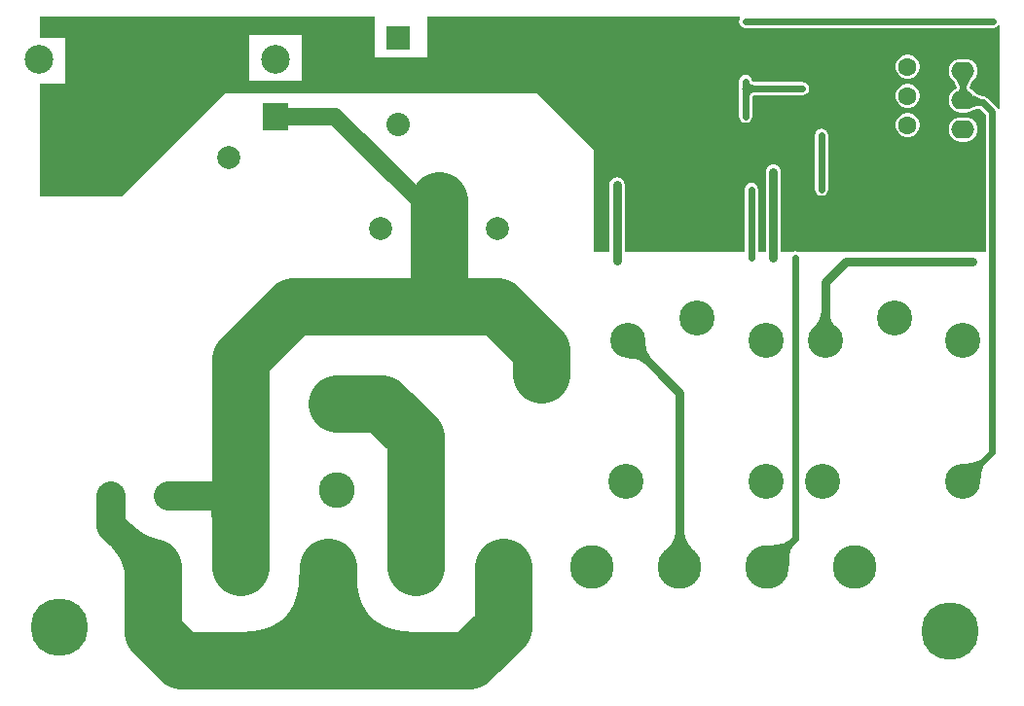
<source format=gbr>
G04*
G04 #@! TF.GenerationSoftware,Altium Limited,Altium Designer,25.0.2 (28)*
G04*
G04 Layer_Physical_Order=2*
G04 Layer_Color=8732672*
%FSTAX25Y25*%
%MOIN*%
G70*
G04*
G04 #@! TF.SameCoordinates,1D9F657F-D979-4B8D-A71A-BEDC461EC683*
G04*
G04*
G04 #@! TF.FilePolarity,Positive*
G04*
G01*
G75*
%ADD53C,0.02362*%
%ADD55C,0.09843*%
%ADD56C,0.19685*%
%ADD57C,0.05906*%
%ADD58C,0.03150*%
%ADD63R,0.09000X0.09500*%
%ADD64R,0.08000X0.08000*%
%ADD65C,0.08000*%
%ADD66C,0.14961*%
%ADD67C,0.07874*%
%ADD68C,0.12268*%
%ADD69R,0.06299X0.06299*%
%ADD70C,0.06299*%
%ADD71C,0.09843*%
%ADD72C,0.12000*%
%ADD73C,0.19685*%
%ADD74C,0.01968*%
%ADD75O,0.07874X0.06299*%
G36*
X0252166Y0242124D02*
X0252005Y0241882D01*
X0251835Y0241032D01*
X0252005Y024018D01*
X0252487Y0239459D01*
X0253208Y0238977D01*
X0254059Y0238808D01*
X033873D01*
X033873Y0238808D01*
X0339581Y0238977D01*
X0340302Y0239459D01*
X0340336Y0239493D01*
X034049Y0239723D01*
X034099Y0239572D01*
Y0211219D01*
X034049Y0211067D01*
X0340132Y0211604D01*
X0340131Y0211604D01*
X0336885Y0214851D01*
X0336163Y0215333D01*
X0335312Y0215502D01*
X0335312Y0215502D01*
X0334973D01*
X0332722Y0216449D01*
X0332306Y0216991D01*
X0331439Y0217656D01*
X0330967Y0217852D01*
X033091Y0218016D01*
X0330853Y0218263D01*
X0330828Y0218506D01*
X0331726Y0220627D01*
X0332306Y0221072D01*
X0332971Y0221939D01*
X0333389Y0222948D01*
X0333532Y0224031D01*
X0333389Y0225115D01*
X0332971Y0226124D01*
X0332306Y0226991D01*
X0331439Y0227656D01*
X033043Y0228074D01*
X0329346Y0228217D01*
X0327772D01*
X0326688Y0228074D01*
X0325679Y0227656D01*
X0324812Y0226991D01*
X0324147Y0226124D01*
X0323729Y0225115D01*
X0323586Y0224031D01*
X0323729Y0222948D01*
X0324147Y0221939D01*
X0324812Y0221072D01*
X0325392Y0220627D01*
X0326298Y0218489D01*
X0326269Y021828D01*
X0326208Y0218016D01*
X0326151Y0217852D01*
X0325679Y0217656D01*
X0324812Y0216991D01*
X0324147Y0216124D01*
X0323729Y0215115D01*
X0323586Y0214032D01*
X0323729Y0212948D01*
X0324147Y0211939D01*
X0324812Y0211072D01*
X0325679Y0210407D01*
X0326688Y0209989D01*
X0327772Y0209846D01*
X0329346D01*
X033043Y0209989D01*
X0331262Y0210333D01*
X0331271Y0210336D01*
X0331273Y0210338D01*
X0331439Y0210407D01*
X0331561Y02105D01*
X0331787Y0210612D01*
X0332043Y0210718D01*
X033231Y0210812D01*
X0332589Y0210891D01*
X0332881Y0210957D01*
X0333174Y0211007D01*
X0333683Y0211054D01*
X0334391D01*
X0336335Y020911D01*
Y0162031D01*
X0271992D01*
X027191Y0162086D01*
X0271059Y0162255D01*
X0270208Y0162086D01*
X0270126Y0162031D01*
X0266156D01*
Y0189532D01*
X0266068Y0190204D01*
X0265808Y019083D01*
X0265395Y0191368D01*
X0264858Y0191781D01*
X0264231Y019204D01*
X0263559Y0192129D01*
X0262887Y019204D01*
X0262261Y0191781D01*
X0261723Y0191368D01*
X026131Y019083D01*
X0261051Y0190204D01*
X0260962Y0189532D01*
Y0162031D01*
X0258283D01*
Y0183531D01*
X0258114Y0184382D01*
X0257632Y0185104D01*
X025691Y0185586D01*
X0256059Y0185755D01*
X0255208Y0185586D01*
X0254487Y0185104D01*
X0254005Y0184382D01*
X0253835Y0183531D01*
Y0162031D01*
X0212656D01*
Y0185031D01*
X0212568Y0185704D01*
X0212308Y018633D01*
X0211895Y0186868D01*
X0211358Y0187281D01*
X0210731Y018754D01*
X0210059Y0187628D01*
X0209387Y018754D01*
X0208761Y0187281D01*
X0208223Y0186868D01*
X020781Y018633D01*
X0207551Y0185704D01*
X0207462Y0185031D01*
Y0162031D01*
X0202059D01*
Y0197031D01*
X0182559Y0216531D01*
X0076059D01*
X0040559Y0181032D01*
X0012559D01*
Y0192532D01*
X0012559Y0219781D01*
X0021059D01*
Y0235281D01*
X0012559D01*
X0012559Y0242565D01*
X0127059D01*
Y0228782D01*
X0145059D01*
Y0242565D01*
X025193D01*
X0252166Y0242124D01*
D02*
G37*
G36*
X0329786Y0218661D02*
X0329846Y0218095D01*
X0329928Y0217735D01*
X0330034Y021743D01*
X0330163Y021718D01*
X0330316Y0216986D01*
X0330492Y0216847D01*
X0330692Y0216764D01*
X0330915Y0216736D01*
X0326203D01*
X0326426Y0216764D01*
X0326626Y0216847D01*
X0326802Y0216986D01*
X0326955Y021718D01*
X0327084Y021743D01*
X032719Y0217735D01*
X0327272Y0218095D01*
X0327331Y0218511D01*
X0327341Y0218641D01*
X0326203Y0221327D01*
X0330915D01*
X0329786Y0218661D01*
D02*
G37*
G36*
X0334822Y0214459D02*
X0334183Y0212097D01*
X0333791Y0212088D01*
X0333041Y0212019D01*
X0332683Y0211958D01*
X0332337Y021188D01*
X0332002Y0211784D01*
X0331678Y0211671D01*
X0331366Y021154D01*
X0331065Y0211392D01*
X0330775Y0211227D01*
X033203Y0215634D01*
X0334822Y0214459D01*
D02*
G37*
G36*
X0282916Y0140446D02*
X0282995Y0139938D01*
X0283126Y013943D01*
X028331Y0138921D01*
X0283546Y0138411D01*
X0283835Y01379D01*
X0284176Y0137388D01*
X028457Y0136875D01*
X0285016Y0136362D01*
X0285515Y0135848D01*
X0277115D01*
X0277614Y0136362D01*
X027806Y0136875D01*
X0278454Y0137388D01*
X0278795Y01379D01*
X0279084Y0138411D01*
X027932Y0138921D01*
X0279504Y013943D01*
X0279635Y0139938D01*
X0279714Y0140446D01*
X027974Y0140953D01*
X028289D01*
X0282916Y0140446D01*
D02*
G37*
G36*
X0219826Y0130787D02*
X0219873Y0130108D01*
X0219957Y0129467D01*
X0220078Y0128864D01*
X0220235Y0128299D01*
X0220428Y0127771D01*
X0220658Y0127281D01*
X0220925Y0126829D01*
X0221228Y0126414D01*
X0221568Y0126037D01*
X0219341Y012381D01*
X0218964Y012415D01*
X0218549Y0124453D01*
X0218097Y012472D01*
X0217607Y012495D01*
X0217079Y0125143D01*
X0216514Y01253D01*
X0215911Y0125421D01*
X021527Y0125505D01*
X0214591Y0125552D01*
X0213875Y0125563D01*
X0219815Y0131503D01*
X0219826Y0130787D01*
D02*
G37*
G36*
X0336099Y0089402D02*
X0335799Y0089059D01*
X0335531Y0088663D01*
X0335296Y0088214D01*
X0335093Y0087712D01*
X0334923Y0087158D01*
X0334785Y008655D01*
X033468Y008589D01*
X0334607Y0085177D01*
X0334559Y0083592D01*
X0328619Y0089531D01*
X0329438Y0089539D01*
X0330917Y0089652D01*
X0331578Y0089757D01*
X0332185Y0089895D01*
X033274Y0090065D01*
X0333241Y0090268D01*
X033369Y0090504D01*
X0334086Y0090772D01*
X0334429Y0091072D01*
X0336099Y0089402D01*
D02*
G37*
G36*
X0081721Y0080852D02*
X0078899Y007803D01*
X0078942Y0077955D01*
X0079281Y0077448D01*
X0079707Y007688D01*
X0080822Y007556D01*
X0083147Y0073119D01*
X0078971Y0068944D01*
X0078096Y0069806D01*
X0074642Y007281D01*
X0074136Y0073149D01*
X0074061Y0073192D01*
X0071239Y007037D01*
X0071159Y0071648D01*
X0071161Y0076186D01*
X0071242Y0076421D01*
X0071345Y0076507D01*
X0071471Y0076444D01*
X0075647Y0080619D01*
X0075584Y0080746D01*
X007567Y0080849D01*
X0075905Y0080929D01*
X0076288Y0080987D01*
X0076821Y0081021D01*
X0078334Y0081022D01*
X0081721Y0080852D01*
D02*
G37*
G36*
X0233171Y0065251D02*
X023328Y0064656D01*
X0233463Y0064046D01*
X023372Y0063421D01*
X0234049Y0062783D01*
X0234452Y006213D01*
X0234928Y0061462D01*
X0235477Y006078D01*
X0236795Y0059373D01*
X0226323D01*
X0227018Y0060084D01*
X022819Y0061462D01*
X0228666Y006213D01*
X0229069Y0062783D01*
X0229398Y0063421D01*
X0229655Y0064046D01*
X0229838Y0064656D01*
X0229948Y0065251D01*
X0229984Y0065832D01*
X0233134D01*
X0233171Y0065251D01*
D02*
G37*
G36*
X0270694Y0061724D02*
X0270347Y0061319D01*
X027004Y0060838D01*
X0269774Y0060282D01*
X0269548Y005965D01*
X0269362Y0058942D01*
X0269216Y0058158D01*
X026911Y0057299D01*
X0269045Y0056364D01*
X0269036Y0054267D01*
X0261473Y0061511D01*
X026258Y0061542D01*
X0264558Y0061705D01*
X0265428Y0061838D01*
X0266219Y0062006D01*
X0266931Y0062208D01*
X0267563Y0062444D01*
X0268117Y0062714D01*
X0268592Y0063019D01*
X0268987Y0063358D01*
X0270694Y0061724D01*
D02*
G37*
G36*
X0041789Y0070301D02*
X0045775Y0066923D01*
X0046996Y0066066D01*
X0048164Y0065343D01*
X0049279Y0064754D01*
X005034Y00643D01*
X0051348Y0063981D01*
X0052302Y0063795D01*
X0050432Y0061925D01*
X0050869Y0061542D01*
X0050984Y0061511D01*
X0043579Y0054106D01*
X0043548Y0054222D01*
X0043454Y0054391D01*
X0043297Y0054616D01*
X004322Y0054713D01*
X0041295Y0052789D01*
X004111Y0053743D01*
X004079Y0054751D01*
X0040336Y0055812D01*
X0039748Y0056926D01*
X0039025Y0058094D01*
X0038168Y0059316D01*
X003605Y0061919D01*
X0034789Y0063301D01*
X0033394Y0064737D01*
X0040354Y0071696D01*
X0041789Y0070301D01*
D02*
G37*
G36*
X0121098Y0047788D02*
X0121689Y0044441D01*
X0122673Y0041489D01*
X0124051Y0038929D01*
X0125823Y0036764D01*
X0127988Y0034992D01*
X0130547Y0033614D01*
X01335Y003263D01*
X0136846Y003204D01*
X0140587Y0031843D01*
X0111059Y0012158D01*
X0081532Y0031843D01*
X0085272Y003204D01*
X0088618Y003263D01*
X0091571Y0033614D01*
X009413Y0034992D01*
X0096295Y0036764D01*
X0098067Y0038929D01*
X0099445Y0041489D01*
X0100429Y0044441D01*
X010102Y0047788D01*
X0101216Y0051528D01*
X0120902D01*
X0121098Y0047788D01*
D02*
G37*
%LPC*%
G36*
X0310105Y0229681D02*
X0309013D01*
X0307957Y0229398D01*
X0307011Y0228852D01*
X0306239Y0228079D01*
X0305692Y0227133D01*
X030541Y0226078D01*
Y0224985D01*
X0305692Y022393D01*
X0306239Y0222984D01*
X0307011Y0222211D01*
X0307957Y0221665D01*
X0309013Y0221382D01*
X0310105D01*
X0311161Y0221665D01*
X0312107Y0222211D01*
X031288Y0222984D01*
X0313426Y022393D01*
X0313709Y0224985D01*
Y0226078D01*
X0313426Y0227133D01*
X031288Y0228079D01*
X0312107Y0228852D01*
X0311161Y0229398D01*
X0310105Y0229681D01*
D02*
G37*
G36*
X0102059Y0236281D02*
X0084059D01*
Y0220781D01*
X0102059D01*
Y0236281D01*
D02*
G37*
G36*
X0310105Y0219681D02*
X0309013D01*
X0307957Y0219398D01*
X0307011Y0218852D01*
X0306239Y0218079D01*
X0305692Y0217133D01*
X030541Y0216078D01*
Y0214985D01*
X0305692Y021393D01*
X0306239Y0212984D01*
X0307011Y0212211D01*
X0307957Y0211665D01*
X0309013Y0211382D01*
X0310105D01*
X0311161Y0211665D01*
X0312107Y0212211D01*
X031288Y0212984D01*
X0313426Y021393D01*
X0313709Y0214985D01*
Y0216078D01*
X0313426Y0217133D01*
X031288Y0218079D01*
X0312107Y0218852D01*
X0311161Y0219398D01*
X0310105Y0219681D01*
D02*
G37*
G36*
X0254059Y0222755D02*
X0253208Y0222586D01*
X0252487Y0222104D01*
X0252005Y0221382D01*
X0251835Y0220532D01*
Y0218032D01*
Y0208531D01*
X0252005Y0207681D01*
X0252487Y0206959D01*
X0253208Y0206477D01*
X0254059Y0206308D01*
X025491Y0206477D01*
X0255632Y0206959D01*
X0256114Y0207681D01*
X0256283Y0208531D01*
Y0214845D01*
X0256326Y0215087D01*
X0256392Y0215287D01*
X0256469Y021543D01*
X0256555Y0215535D01*
X025666Y0215621D01*
X0256803Y0215698D01*
X0257003Y0215765D01*
X0257245Y0215808D01*
X0273559D01*
X027441Y0215977D01*
X0275132Y0216459D01*
X0275614Y021718D01*
X0275783Y0218032D01*
X0275614Y0218882D01*
X0275132Y0219604D01*
X027441Y0220086D01*
X0273559Y0220255D01*
X0257103D01*
X0256895Y0220276D01*
X0256638Y0220324D01*
X0256451Y022038D01*
X0256333Y0220434D01*
X0256283Y0220468D01*
Y0220532D01*
X0256114Y0221382D01*
X0255632Y0222104D01*
X025491Y0222586D01*
X0254059Y0222755D01*
D02*
G37*
G36*
X0310105Y0209681D02*
X0309013D01*
X0307957Y0209398D01*
X0307011Y0208852D01*
X0306239Y0208079D01*
X0305692Y0207133D01*
X030541Y0206078D01*
Y0204985D01*
X0305692Y020393D01*
X0306239Y0202984D01*
X0307011Y0202211D01*
X0307957Y0201665D01*
X0309013Y0201382D01*
X0310105D01*
X0311161Y0201665D01*
X0312107Y0202211D01*
X031288Y0202984D01*
X0313426Y020393D01*
X0313709Y0204985D01*
Y0206078D01*
X0313426Y0207133D01*
X031288Y0208079D01*
X0312107Y0208852D01*
X0311161Y0209398D01*
X0310105Y0209681D01*
D02*
G37*
G36*
X0329346Y0208217D02*
X0327772D01*
X0326688Y0208074D01*
X0325679Y0207656D01*
X0324812Y0206991D01*
X0324147Y0206124D01*
X0323729Y0205115D01*
X0323586Y0204031D01*
X0323729Y0202948D01*
X0324147Y0201939D01*
X0324812Y0201072D01*
X0325679Y0200407D01*
X0326688Y0199989D01*
X0327772Y0199846D01*
X0329346D01*
X033043Y0199989D01*
X0331439Y0200407D01*
X0332306Y0201072D01*
X0332971Y0201939D01*
X0333389Y0202948D01*
X0333532Y0204031D01*
X0333389Y0205115D01*
X0332971Y0206124D01*
X0332306Y0206991D01*
X0331439Y0207656D01*
X033043Y0208074D01*
X0329346Y0208217D01*
D02*
G37*
G36*
X0280047Y0204243D02*
X0279196Y0204074D01*
X0278474Y0203592D01*
X0277992Y020287D01*
X0277823Y0202019D01*
Y0183544D01*
X0277823Y0183544D01*
X0277992Y0182693D01*
X0278474Y0181971D01*
X0278487Y0181959D01*
X0279208Y0181477D01*
X0280059Y0181308D01*
X028091Y0181477D01*
X0281632Y0181959D01*
X0282114Y018268D01*
X0282283Y0183531D01*
X0282271Y0183593D01*
Y0202019D01*
X0282101Y020287D01*
X0281619Y0203592D01*
X0280898Y0204074D01*
X0280047Y0204243D01*
D02*
G37*
%LPD*%
G36*
X0255264Y0220281D02*
X0255335Y0220057D01*
X0255453Y0219859D01*
X0255618Y0219687D01*
X0255831Y0219542D01*
X025609Y0219424D01*
X0256398Y0219331D01*
X0256752Y0219265D01*
X0257154Y0219226D01*
X0257602Y0219213D01*
Y021685D01*
X0257154Y0216827D01*
X0256752Y0216756D01*
X0256398Y0216638D01*
X025609Y0216472D01*
X0255831Y021626D01*
X0255618Y0216D01*
X0255453Y0215693D01*
X0255335Y0215339D01*
X0255264Y0214937D01*
X025524Y0214488D01*
X0252878Y0218032D01*
X025524Y0220532D01*
X0255264Y0220281D01*
D02*
G37*
D53*
X0256059Y0160031D02*
Y0183531D01*
X0271059Y0063759D02*
Y0160031D01*
X0261559Y0054259D02*
X0271059Y0063759D01*
X0261559Y0054031D02*
Y0054259D01*
X0328559Y0214032D02*
X0329312Y0213278D01*
X0338559Y0093532D02*
Y0210032D01*
X0335312Y0213278D02*
X0338559Y0210032D01*
X0329312Y0213278D02*
X0335312D01*
X0280047Y0183544D02*
Y0202019D01*
Y0183544D02*
X0280059Y0183531D01*
X0254059Y0218032D02*
X0273559D01*
X0254059D02*
Y0220532D01*
Y0208531D02*
Y0218032D01*
Y0241032D02*
X033873D01*
X0338764Y0241066D01*
X0328559Y0214032D02*
Y0224031D01*
Y0083531D02*
X0338559Y0093532D01*
D55*
X0036874Y0068217D02*
Y0078531D01*
Y0068217D02*
X0051059Y0054031D01*
X0056559Y0078531D02*
X0073559D01*
D56*
X0081059D02*
Y0125531D01*
X0051059Y0031563D02*
Y0054031D01*
Y0031563D02*
X0060622Y0022D01*
X0159528D02*
X0171059Y0033531D01*
Y0054031D01*
X0111059Y0022D02*
Y0054031D01*
X0060622Y0022D02*
X0111059D01*
X0159528D01*
X0149559Y0143532D02*
X0169059D01*
X0184059Y0128532D01*
Y0120031D02*
Y0128532D01*
X0141059Y0054031D02*
Y0098658D01*
X011398Y0110189D02*
X0129528D01*
X0141059Y0098658D01*
X0081059Y0071031D02*
Y0078531D01*
X0099059Y0143532D02*
X0149559D01*
X0081059Y0125531D02*
X0099059Y0143532D01*
X014902Y0144071D02*
Y0179874D01*
X0081059Y0054031D02*
Y0071031D01*
D57*
X0073559Y0078531D02*
X0081059Y0071031D01*
X0147802Y0181091D02*
X014902Y0179874D01*
X0095559Y0208531D02*
X0113559D01*
X0140999Y0181091D02*
X0147802D01*
X0113559Y0208531D02*
X0140999Y0181091D01*
X0093059Y0208281D02*
X0096309D01*
X014902Y0144071D02*
X0149559Y0143532D01*
D58*
X0288348Y0158821D02*
X0325848D01*
X0281315Y0131563D02*
Y0151787D01*
X0288348Y0158821D01*
X0263559Y0160031D02*
Y0189532D01*
X0325848Y0158821D02*
X0331648D01*
X0281315Y0131563D02*
X0282016Y0130862D01*
X0210059Y0159031D02*
Y0185031D01*
X0213815Y0131563D02*
X0231559Y0113819D01*
Y0054031D02*
Y0113819D01*
D63*
X0093059Y0208281D02*
D03*
D64*
X0135059Y0235492D02*
D03*
D65*
Y0205571D02*
D03*
D66*
X0051059Y0054031D02*
D03*
X0081059D02*
D03*
X0111059D02*
D03*
X0141059D02*
D03*
X0171059D02*
D03*
X0201559D02*
D03*
X0231559D02*
D03*
X0261559D02*
D03*
X0291559D02*
D03*
D67*
X0036874Y0078531D02*
D03*
X0056559D02*
D03*
X0016402Y019428D02*
D03*
X0077031D02*
D03*
X0128941Y0170031D02*
D03*
X0169098D02*
D03*
D68*
X011398Y0080268D02*
D03*
X0184059Y0120031D02*
D03*
X011398Y0110189D02*
D03*
X014902Y0179874D02*
D03*
D69*
X0309559Y0195531D02*
D03*
D70*
Y0205532D02*
D03*
Y0225532D02*
D03*
Y0215531D02*
D03*
D71*
X0012008Y0228031D02*
D03*
X009311D02*
D03*
D72*
X0237437Y0139437D02*
D03*
X0261059Y0083531D02*
D03*
X0213059Y0083531D02*
D03*
X0261059Y0131563D02*
D03*
X0213815D02*
D03*
X0304937Y0139437D02*
D03*
X0328559Y0083531D02*
D03*
X0280559D02*
D03*
X0328559Y0131563D02*
D03*
X0281315D02*
D03*
D73*
X0324008Y0032033D02*
D03*
X0019059Y0033531D02*
D03*
D74*
X0332008Y0030033D02*
D03*
X0331079Y0036275D02*
D03*
X0326008Y0040033D02*
D03*
X0319765Y0039104D02*
D03*
X0316008Y0034033D02*
D03*
X0316937Y002779D02*
D03*
X0322008Y0024033D02*
D03*
X0328251Y0024962D02*
D03*
X0027059Y0031532D02*
D03*
X002613Y0037774D02*
D03*
X0021059Y0041532D02*
D03*
X0014816Y0040603D02*
D03*
X0011059Y0035531D02*
D03*
X0011988Y0029289D02*
D03*
X0017059Y0025532D02*
D03*
X0023302Y002646D02*
D03*
X009048Y0206272D02*
D03*
X0095559D02*
D03*
X009298Y0208531D02*
D03*
X0095559Y0210794D02*
D03*
Y0208531D02*
D03*
X009298Y0206272D02*
D03*
X009048Y0208531D02*
D03*
Y0210794D02*
D03*
X009298D02*
D03*
X0256059Y0183531D02*
D03*
X0271059Y0160031D02*
D03*
X0263559D02*
D03*
X0256059D02*
D03*
X0263559Y0189532D02*
D03*
X0280059Y0183531D02*
D03*
X0331648Y0158821D02*
D03*
X0210059Y0185031D02*
D03*
Y0159031D02*
D03*
X0280047Y0202019D02*
D03*
X0219559Y0178032D02*
D03*
X0273559Y0218032D02*
D03*
X0338764Y0241066D02*
D03*
X0254059Y0241032D02*
D03*
Y0220532D02*
D03*
Y0208531D02*
D03*
X0309559Y0175031D02*
D03*
X0227493Y0171922D02*
D03*
X0249059Y0171531D02*
D03*
D75*
X0328559Y0224031D02*
D03*
Y0214032D02*
D03*
Y0204031D02*
D03*
M02*

</source>
